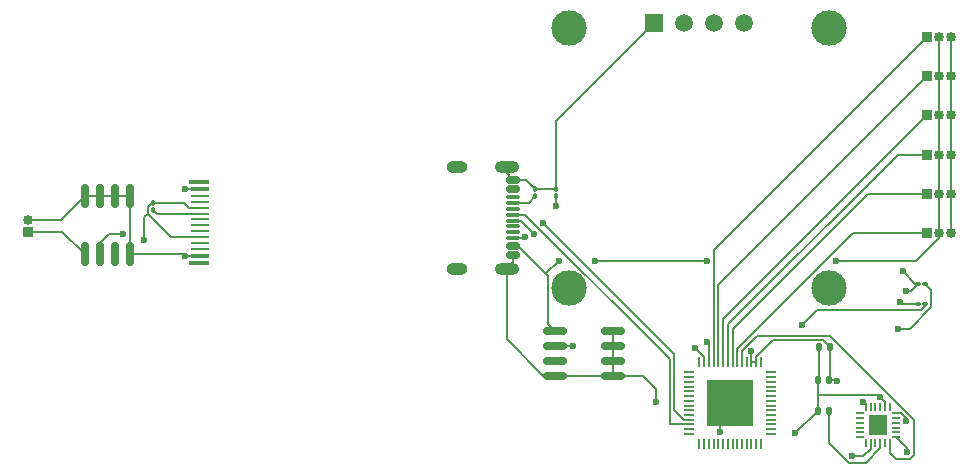
<source format=gbr>
%TF.GenerationSoftware,KiCad,Pcbnew,9.0.3*%
%TF.CreationDate,2025-07-28T19:10:52+02:00*%
%TF.ProjectId,hermes,6865726d-6573-42e6-9b69-6361645f7063,rev?*%
%TF.SameCoordinates,Original*%
%TF.FileFunction,Copper,L1,Top*%
%TF.FilePolarity,Positive*%
%FSLAX46Y46*%
G04 Gerber Fmt 4.6, Leading zero omitted, Abs format (unit mm)*
G04 Created by KiCad (PCBNEW 9.0.3) date 2025-07-28 19:10:52*
%MOMM*%
%LPD*%
G01*
G04 APERTURE LIST*
G04 Aperture macros list*
%AMRoundRect*
0 Rectangle with rounded corners*
0 $1 Rounding radius*
0 $2 $3 $4 $5 $6 $7 $8 $9 X,Y pos of 4 corners*
0 Add a 4 corners polygon primitive as box body*
4,1,4,$2,$3,$4,$5,$6,$7,$8,$9,$2,$3,0*
0 Add four circle primitives for the rounded corners*
1,1,$1+$1,$2,$3*
1,1,$1+$1,$4,$5*
1,1,$1+$1,$6,$7*
1,1,$1+$1,$8,$9*
0 Add four rect primitives between the rounded corners*
20,1,$1+$1,$2,$3,$4,$5,0*
20,1,$1+$1,$4,$5,$6,$7,0*
20,1,$1+$1,$6,$7,$8,$9,0*
20,1,$1+$1,$8,$9,$2,$3,0*%
G04 Aperture macros list end*
%TA.AperFunction,SMDPad,CuDef*%
%ADD10RoundRect,0.150000X-0.825000X-0.150000X0.825000X-0.150000X0.825000X0.150000X-0.825000X0.150000X0*%
%TD*%
%TA.AperFunction,ComponentPad*%
%ADD11R,1.508000X1.508000*%
%TD*%
%TA.AperFunction,ComponentPad*%
%ADD12C,1.508000*%
%TD*%
%TA.AperFunction,ComponentPad*%
%ADD13C,3.000000*%
%TD*%
%TA.AperFunction,ComponentPad*%
%ADD14R,0.850000X0.850000*%
%TD*%
%TA.AperFunction,ComponentPad*%
%ADD15C,0.850000*%
%TD*%
%TA.AperFunction,SMDPad,CuDef*%
%ADD16RoundRect,0.027500X-0.082500X-0.292500X0.082500X-0.292500X0.082500X0.292500X-0.082500X0.292500X0*%
%TD*%
%TA.AperFunction,SMDPad,CuDef*%
%ADD17RoundRect,0.027500X-0.292500X-0.082500X0.292500X-0.082500X0.292500X0.082500X-0.292500X0.082500X0*%
%TD*%
%TA.AperFunction,SMDPad,CuDef*%
%ADD18R,1.540000X1.700000*%
%TD*%
%TA.AperFunction,SMDPad,CuDef*%
%ADD19RoundRect,0.050000X-0.050000X0.350000X-0.050000X-0.350000X0.050000X-0.350000X0.050000X0.350000X0*%
%TD*%
%TA.AperFunction,SMDPad,CuDef*%
%ADD20RoundRect,0.050000X-0.350000X0.050000X-0.350000X-0.050000X0.350000X-0.050000X0.350000X0.050000X0*%
%TD*%
%TA.AperFunction,HeatsinkPad*%
%ADD21R,4.000000X4.000000*%
%TD*%
%TA.AperFunction,SMDPad,CuDef*%
%ADD22RoundRect,0.100000X0.100000X-0.130000X0.100000X0.130000X-0.100000X0.130000X-0.100000X-0.130000X0*%
%TD*%
%TA.AperFunction,SMDPad,CuDef*%
%ADD23RoundRect,0.100000X-0.130000X-0.100000X0.130000X-0.100000X0.130000X0.100000X-0.130000X0.100000X0*%
%TD*%
%TA.AperFunction,SMDPad,CuDef*%
%ADD24RoundRect,0.140000X-0.140000X-0.170000X0.140000X-0.170000X0.140000X0.170000X-0.140000X0.170000X0*%
%TD*%
%TA.AperFunction,SMDPad,CuDef*%
%ADD25RoundRect,0.140000X0.140000X0.170000X-0.140000X0.170000X-0.140000X-0.170000X0.140000X-0.170000X0*%
%TD*%
%TA.AperFunction,SMDPad,CuDef*%
%ADD26RoundRect,0.150000X-0.425000X0.150000X-0.425000X-0.150000X0.425000X-0.150000X0.425000X0.150000X0*%
%TD*%
%TA.AperFunction,SMDPad,CuDef*%
%ADD27RoundRect,0.075000X-0.500000X0.075000X-0.500000X-0.075000X0.500000X-0.075000X0.500000X0.075000X0*%
%TD*%
%TA.AperFunction,HeatsinkPad*%
%ADD28O,2.100000X1.000000*%
%TD*%
%TA.AperFunction,HeatsinkPad*%
%ADD29O,1.800000X1.000000*%
%TD*%
%TA.AperFunction,SMDPad,CuDef*%
%ADD30RoundRect,0.150000X0.150000X-0.825000X0.150000X0.825000X-0.150000X0.825000X-0.150000X-0.825000X0*%
%TD*%
%TA.AperFunction,SMDPad,CuDef*%
%ADD31R,1.750000X0.360000*%
%TD*%
%TA.AperFunction,SMDPad,CuDef*%
%ADD32R,1.550000X0.410000*%
%TD*%
%TA.AperFunction,SMDPad,CuDef*%
%ADD33R,1.550000X0.260000*%
%TD*%
%TA.AperFunction,ViaPad*%
%ADD34C,0.600000*%
%TD*%
%TA.AperFunction,Conductor*%
%ADD35C,0.150000*%
%TD*%
G04 APERTURE END LIST*
D10*
%TO.P,U4,1,VIN*%
%TO.N,5V*%
X150665000Y-115235000D03*
%TO.P,U4,2,OUT*%
%TO.N,3V3*%
X150665000Y-116505000D03*
%TO.P,U4,3,FB*%
%TO.N,unconnected-(U4-FB-Pad3)*%
X150665000Y-117775000D03*
%TO.P,U4,4,~{EN}*%
%TO.N,GND*%
X150665000Y-119045000D03*
%TO.P,U4,5,GND*%
X155615000Y-119045000D03*
%TO.P,U4,6,GND*%
X155615000Y-117775000D03*
%TO.P,U4,7,GND*%
X155615000Y-116505000D03*
%TO.P,U4,8,GND*%
X155615000Y-115235000D03*
%TD*%
D11*
%TO.P,U3,1,GND*%
%TO.N,GND*%
X159080000Y-89152500D03*
D12*
%TO.P,U3,2,VCC_IN*%
%TO.N,3V3*%
X161620000Y-89152500D03*
%TO.P,U3,3,SCL*%
%TO.N,SCL*%
X164160000Y-89152500D03*
%TO.P,U3,4,SDA*%
%TO.N,SDA*%
X166700000Y-89152500D03*
D13*
%TO.P,U3,S1*%
%TO.N,N/C*%
X151890000Y-89652500D03*
%TO.P,U3,S2*%
X173890000Y-89652500D03*
%TO.P,U3,S3*%
X173890000Y-111652500D03*
%TO.P,U3,S4*%
X151890000Y-111652500D03*
%TD*%
D14*
%TO.P,PWM6,1,Pin_1*%
%TO.N,PWM6*%
X182180000Y-90340000D03*
D15*
%TO.P,PWM6,2,Pin_2*%
%TO.N,5V*%
X183180000Y-90340000D03*
%TO.P,PWM6,3,Pin_3*%
%TO.N,GND*%
X184180000Y-90340000D03*
%TD*%
D14*
%TO.P,PWM5,1,Pin_1*%
%TO.N,PWM5*%
X182180000Y-93670000D03*
D15*
%TO.P,PWM5,2,Pin_2*%
%TO.N,5V*%
X183180000Y-93670000D03*
%TO.P,PWM5,3,Pin_3*%
%TO.N,GND*%
X184180000Y-93670000D03*
%TD*%
D16*
%TO.P,U2,7,AUX_CL*%
%TO.N,unconnected-(U2-AUX_CL-Pad7)*%
X177010000Y-124785000D03*
%TO.P,U2,8,VDDIO*%
%TO.N,3V3*%
X177410000Y-124785000D03*
%TO.P,U2,9,AD0/SDO*%
%TO.N,unconnected-(U2-AD0{slash}SDO-Pad9)*%
X177810000Y-124785000D03*
%TO.P,U2,10,REGOUT*%
%TO.N,Net-(U2-REGOUT)*%
X178210000Y-124785000D03*
%TO.P,U2,11,FSYNC*%
%TO.N,unconnected-(U2-FSYNC-Pad11)*%
X178610000Y-124785000D03*
%TO.P,U2,12,INT*%
%TO.N,ACCELINT*%
X179010000Y-124785000D03*
%TO.P,U2,19,RESV_1*%
%TO.N,unconnected-(U2-RESV_1-Pad19)*%
X179010000Y-121695000D03*
%TO.P,U2,20,RESV_2*%
%TO.N,GND*%
X178610000Y-121695000D03*
%TO.P,U2,21,AUX_DA*%
%TO.N,unconnected-(U2-AUX_DA-Pad21)*%
X178210000Y-121695000D03*
%TO.P,U2,22,NCS*%
%TO.N,unconnected-(U2-NCS-Pad22)*%
X177810000Y-121695000D03*
%TO.P,U2,23,SCL/SCLK*%
%TO.N,unconnected-(U2-SCL{slash}SCLK-Pad23)*%
X177410000Y-121695000D03*
%TO.P,U2,24,SDA/SDI*%
%TO.N,SDA*%
X177010000Y-121695000D03*
D17*
%TO.P,U2,1*%
%TO.N,N/C*%
X176465000Y-122240000D03*
%TO.P,U2,2*%
X176465000Y-122640000D03*
%TO.P,U2,3*%
X176465000Y-123040000D03*
%TO.P,U2,4*%
X176465000Y-123440000D03*
%TO.P,U2,5*%
X176465000Y-123840000D03*
%TO.P,U2,6*%
X176465000Y-124240000D03*
%TO.P,U2,13,VDD*%
%TO.N,3V3*%
X179555000Y-124240000D03*
%TO.P,U2,14*%
%TO.N,N/C*%
X179555000Y-123840000D03*
%TO.P,U2,15*%
X179555000Y-123440000D03*
%TO.P,U2,16*%
X179555000Y-123040000D03*
%TO.P,U2,17*%
X179555000Y-122640000D03*
%TO.P,U2,18,GND*%
%TO.N,GND*%
X179555000Y-122240000D03*
D18*
%TO.P,U2,25,EXP*%
%TO.N,unconnected-(U2-EXP-Pad25)*%
X178010000Y-123240000D03*
%TD*%
D19*
%TO.P,U5,1,LNA_IN*%
%TO.N,unconnected-(U5-LNA_IN-Pad1)*%
X168110000Y-117930000D03*
%TO.P,U5,2,VDD3P3*%
%TO.N,3V3*%
X167710000Y-117930000D03*
%TO.P,U5,3,VDD3P3*%
X167310000Y-117930000D03*
%TO.P,U5,4,CHIP_PU*%
%TO.N,unconnected-(U5-CHIP_PU-Pad4)*%
X166910000Y-117930000D03*
%TO.P,U5,5,GPIO0*%
%TO.N,ACCELINT*%
X166510000Y-117930000D03*
%TO.P,U5,6,GPIO1*%
%TO.N,PWM1*%
X166110000Y-117930000D03*
%TO.P,U5,7,GPIO2*%
%TO.N,PWM2*%
X165710000Y-117930000D03*
%TO.P,U5,8,GPIO3*%
%TO.N,PWM3*%
X165310000Y-117930000D03*
%TO.P,U5,9,GPIO4*%
%TO.N,PWM4*%
X164910000Y-117930000D03*
%TO.P,U5,10,GPIO5*%
%TO.N,PWM5*%
X164510000Y-117930000D03*
%TO.P,U5,11,GPIO6*%
%TO.N,PWM6*%
X164110000Y-117930000D03*
%TO.P,U5,12,GPIO7*%
%TO.N,Net-(U5-GPIO7)*%
X163710000Y-117930000D03*
%TO.P,U5,13,GPIO8*%
%TO.N,Net-(U5-GPIO8)*%
X163310000Y-117930000D03*
%TO.P,U5,14,GPIO9*%
%TO.N,unconnected-(U5-GPIO9-Pad14)*%
X162910000Y-117930000D03*
D20*
%TO.P,U5,15,GPIO10*%
%TO.N,unconnected-(U5-GPIO10-Pad15)*%
X162060000Y-118780000D03*
%TO.P,U5,16,GPIO11*%
%TO.N,unconnected-(U5-GPIO11-Pad16)*%
X162060000Y-119180000D03*
%TO.P,U5,17,GPIO12*%
%TO.N,unconnected-(U5-GPIO12-Pad17)*%
X162060000Y-119580000D03*
%TO.P,U5,18,GPIO13*%
%TO.N,unconnected-(U5-GPIO13-Pad18)*%
X162060000Y-119980000D03*
%TO.P,U5,19,GPIO14*%
%TO.N,unconnected-(U5-GPIO14-Pad19)*%
X162060000Y-120380000D03*
%TO.P,U5,20,VDD3P3_RTC*%
%TO.N,unconnected-(U5-VDD3P3_RTC-Pad20)*%
X162060000Y-120780000D03*
%TO.P,U5,21,XTAL_32K_P*%
%TO.N,unconnected-(U5-XTAL_32K_P-Pad21)*%
X162060000Y-121180000D03*
%TO.P,U5,22,XTAL_32K_N*%
%TO.N,unconnected-(U5-XTAL_32K_N-Pad22)*%
X162060000Y-121580000D03*
%TO.P,U5,23,GPIO17*%
%TO.N,unconnected-(U5-GPIO17-Pad23)*%
X162060000Y-121980000D03*
%TO.P,U5,24,GPIO18*%
%TO.N,unconnected-(U5-GPIO18-Pad24)*%
X162060000Y-122380000D03*
%TO.P,U5,25,GPIO19/USB_D-*%
%TO.N,USB_D-*%
X162060000Y-122780000D03*
%TO.P,U5,26,GPIO20/USB_D+*%
%TO.N,USB_D+*%
X162060000Y-123180000D03*
%TO.P,U5,27,GPIO21*%
%TO.N,unconnected-(U5-GPIO21-Pad27)*%
X162060000Y-123580000D03*
%TO.P,U5,28,SPICS1*%
%TO.N,unconnected-(U5-SPICS1-Pad28)*%
X162060000Y-123980000D03*
D19*
%TO.P,U5,29,VDD_SPI*%
%TO.N,unconnected-(U5-VDD_SPI-Pad29)*%
X162910000Y-124830000D03*
%TO.P,U5,30,SPIHD*%
%TO.N,unconnected-(U5-SPIHD-Pad30)*%
X163310000Y-124830000D03*
%TO.P,U5,31,SPIWP*%
%TO.N,unconnected-(U5-SPIWP-Pad31)*%
X163710000Y-124830000D03*
%TO.P,U5,32,SPICS0*%
%TO.N,unconnected-(U5-SPICS0-Pad32)*%
X164110000Y-124830000D03*
%TO.P,U5,33,SPICLK*%
%TO.N,unconnected-(U5-SPICLK-Pad33)*%
X164510000Y-124830000D03*
%TO.P,U5,34,SPIQ*%
%TO.N,unconnected-(U5-SPIQ-Pad34)*%
X164910000Y-124830000D03*
%TO.P,U5,35,SPID*%
%TO.N,unconnected-(U5-SPID-Pad35)*%
X165310000Y-124830000D03*
%TO.P,U5,36,SPICLK_N*%
%TO.N,unconnected-(U5-SPICLK_N-Pad36)*%
X165710000Y-124830000D03*
%TO.P,U5,37,SPICLK_P*%
%TO.N,unconnected-(U5-SPICLK_P-Pad37)*%
X166110000Y-124830000D03*
%TO.P,U5,38,GPIO33*%
%TO.N,unconnected-(U5-GPIO33-Pad38)*%
X166510000Y-124830000D03*
%TO.P,U5,39,GPIO34*%
%TO.N,unconnected-(U5-GPIO34-Pad39)*%
X166910000Y-124830000D03*
%TO.P,U5,40,GPIO35*%
%TO.N,unconnected-(U5-GPIO35-Pad40)*%
X167310000Y-124830000D03*
%TO.P,U5,41,GPIO36*%
%TO.N,unconnected-(U5-GPIO36-Pad41)*%
X167710000Y-124830000D03*
%TO.P,U5,42,GPIO37*%
%TO.N,unconnected-(U5-GPIO37-Pad42)*%
X168110000Y-124830000D03*
D20*
%TO.P,U5,43,GPIO38*%
%TO.N,unconnected-(U5-GPIO38-Pad43)*%
X168960000Y-123980000D03*
%TO.P,U5,44,MTCK*%
%TO.N,unconnected-(U5-MTCK-Pad44)*%
X168960000Y-123580000D03*
%TO.P,U5,45,MTDO*%
%TO.N,unconnected-(U5-MTDO-Pad45)*%
X168960000Y-123180000D03*
%TO.P,U5,46,VDD3P3_CPU*%
%TO.N,unconnected-(U5-VDD3P3_CPU-Pad46)*%
X168960000Y-122780000D03*
%TO.P,U5,47,MTDI*%
%TO.N,unconnected-(U5-MTDI-Pad47)*%
X168960000Y-122380000D03*
%TO.P,U5,48,MTMS*%
%TO.N,unconnected-(U5-MTMS-Pad48)*%
X168960000Y-121980000D03*
%TO.P,U5,49,U0TXD*%
%TO.N,unconnected-(U5-U0TXD-Pad49)*%
X168960000Y-121580000D03*
%TO.P,U5,50,U0RXD*%
%TO.N,unconnected-(U5-U0RXD-Pad50)*%
X168960000Y-121180000D03*
%TO.P,U5,51,GPIO45*%
%TO.N,unconnected-(U5-GPIO45-Pad51)*%
X168960000Y-120780000D03*
%TO.P,U5,52,GPIO46*%
%TO.N,unconnected-(U5-GPIO46-Pad52)*%
X168960000Y-120380000D03*
%TO.P,U5,53,XTAL_N*%
%TO.N,unconnected-(U5-XTAL_N-Pad53)*%
X168960000Y-119980000D03*
%TO.P,U5,54,XTAL_P*%
%TO.N,unconnected-(U5-XTAL_P-Pad54)*%
X168960000Y-119580000D03*
%TO.P,U5,55,VDDA*%
%TO.N,Net-(U5-VDDA-Pad55)*%
X168960000Y-119180000D03*
%TO.P,U5,56,VDDA*%
X168960000Y-118780000D03*
D21*
%TO.P,U5,57,GND*%
%TO.N,GND*%
X165510000Y-121380000D03*
%TD*%
D14*
%TO.P,PWM4,1,Pin_1*%
%TO.N,PWM4*%
X182180000Y-97000000D03*
D15*
%TO.P,PWM4,2,Pin_2*%
%TO.N,5V*%
X183180000Y-97000000D03*
%TO.P,PWM4,3,Pin_3*%
%TO.N,GND*%
X184180000Y-97000000D03*
%TD*%
D14*
%TO.P,PWM1,1,Pin_1*%
%TO.N,PWM1*%
X182180000Y-106990000D03*
D15*
%TO.P,PWM1,2,Pin_2*%
%TO.N,5V*%
X183180000Y-106990000D03*
%TO.P,PWM1,3,Pin_3*%
%TO.N,GND*%
X184180000Y-106990000D03*
%TD*%
D22*
%TO.P,R6,1*%
%TO.N,Net-(J1-CC2)*%
X150760000Y-103870000D03*
%TO.P,R6,2*%
%TO.N,GND*%
X150760000Y-103230000D03*
%TD*%
D23*
%TO.P,R1,1*%
%TO.N,SDA*%
X181400000Y-111250000D03*
%TO.P,R1,2*%
%TO.N,Net-(U5-GPIO7)*%
X182040000Y-111250000D03*
%TD*%
D22*
%TO.P,R5,2*%
%TO.N,GND*%
X149010000Y-103230000D03*
%TO.P,R5,1*%
%TO.N,Net-(J1-CC1)*%
X149010000Y-103870000D03*
%TD*%
D14*
%TO.P,PWM3,1,Pin_1*%
%TO.N,PWM3*%
X182180000Y-100330000D03*
D15*
%TO.P,PWM3,2,Pin_2*%
%TO.N,5V*%
X183180000Y-100330000D03*
%TO.P,PWM3,3,Pin_3*%
%TO.N,GND*%
X184180000Y-100330000D03*
%TD*%
D23*
%TO.P,R2,1*%
%TO.N,SCL*%
X181400000Y-113000000D03*
%TO.P,R2,2*%
%TO.N,Net-(U5-GPIO8)*%
X182040000Y-113000000D03*
%TD*%
D24*
%TO.P,C3,1*%
%TO.N,GND*%
X172960000Y-119420000D03*
%TO.P,C3,2*%
%TO.N,3V3*%
X173920000Y-119420000D03*
%TD*%
D25*
%TO.P,C2,1*%
%TO.N,Net-(U2-REGOUT)*%
X173890000Y-122000000D03*
%TO.P,C2,2*%
%TO.N,GND*%
X172930000Y-122000000D03*
%TD*%
D26*
%TO.P,J1,A1,GND*%
%TO.N,GND*%
X147160000Y-102470000D03*
%TO.P,J1,A4,VBUS*%
%TO.N,5V*%
X147160000Y-103270000D03*
D27*
%TO.P,J1,A5,CC1*%
%TO.N,Net-(J1-CC1)*%
X147160000Y-104420000D03*
%TO.P,J1,A6,D+*%
%TO.N,USB_D+*%
X147160000Y-105420000D03*
%TO.P,J1,A7,D-*%
%TO.N,USB_D-*%
X147160000Y-105920000D03*
%TO.P,J1,A8,SBU1*%
%TO.N,unconnected-(J1-SBU1-PadA8)*%
X147160000Y-106920000D03*
D26*
%TO.P,J1,A9,VBUS*%
%TO.N,5V*%
X147160000Y-108070000D03*
%TO.P,J1,A12,GND*%
%TO.N,GND*%
X147160000Y-108870000D03*
%TO.P,J1,B1,GND*%
X147160000Y-108870000D03*
%TO.P,J1,B4,VBUS*%
%TO.N,5V*%
X147160000Y-108070000D03*
D27*
%TO.P,J1,B5,CC2*%
%TO.N,Net-(J1-CC2)*%
X147160000Y-107420000D03*
%TO.P,J1,B6,D+*%
%TO.N,unconnected-(J1-D+-PadB6)*%
X147160000Y-106420000D03*
%TO.P,J1,B7,D-*%
%TO.N,unconnected-(J1-D--PadB7)*%
X147160000Y-104920000D03*
%TO.P,J1,B8,SBU2*%
%TO.N,unconnected-(J1-SBU2-PadB8)*%
X147160000Y-103920000D03*
D26*
%TO.P,J1,B9,VBUS*%
%TO.N,5V*%
X147160000Y-103270000D03*
%TO.P,J1,B12,GND*%
%TO.N,GND*%
X147160000Y-102470000D03*
D28*
%TO.P,J1,S1,SHIELD*%
X146585000Y-101350000D03*
D29*
X142405000Y-101350000D03*
D28*
X146585000Y-109990000D03*
D29*
X142405000Y-109990000D03*
%TD*%
D25*
%TO.P,C1,1*%
%TO.N,3V3*%
X173960000Y-116600000D03*
%TO.P,C1,2*%
%TO.N,GND*%
X173000000Y-116600000D03*
%TD*%
D14*
%TO.P,PWM2,1,Pin_1*%
%TO.N,PWM2*%
X182180000Y-103660000D03*
D15*
%TO.P,PWM2,2,Pin_2*%
%TO.N,5V*%
X183180000Y-103660000D03*
%TO.P,PWM2,3,Pin_3*%
%TO.N,GND*%
X184180000Y-103660000D03*
%TD*%
%TO.P,12VBattery1,2,Pin_2*%
%TO.N,GND*%
X106090000Y-105860000D03*
D14*
%TO.P,12VBattery1,1,Pin_1*%
%TO.N,12V*%
X106090000Y-106860000D03*
%TD*%
D22*
%TO.P,R3,2*%
%TO.N,VBUS*%
X116680000Y-104410000D03*
%TO.P,R3,1*%
%TO.N,Net-(P1-CC)*%
X116680000Y-105050000D03*
%TD*%
D30*
%TO.P,U1,1,VIN*%
%TO.N,12V*%
X110890000Y-108780000D03*
%TO.P,U1,2,OUT*%
%TO.N,VBUS*%
X112160000Y-108780000D03*
%TO.P,U1,3,FB*%
%TO.N,unconnected-(U1-FB-Pad3)*%
X113430000Y-108780000D03*
%TO.P,U1,4,~{EN}*%
%TO.N,GND*%
X114700000Y-108780000D03*
%TO.P,U1,5,GND*%
X114700000Y-103830000D03*
%TO.P,U1,6,GND*%
X113430000Y-103830000D03*
%TO.P,U1,7,GND*%
X112160000Y-103830000D03*
%TO.P,U1,8,GND*%
X110890000Y-103830000D03*
%TD*%
D31*
%TO.P,P1,*%
%TO.N,*%
X120547517Y-109475452D03*
X120547517Y-102665452D03*
D32*
%TO.P,P1,A1,GND*%
%TO.N,GND*%
X120647517Y-103245452D03*
D33*
%TO.P,P1,A2*%
%TO.N,N/C*%
X120647517Y-103820452D03*
%TO.P,P1,A3*%
X120647517Y-104320452D03*
%TO.P,P1,A4,VBUS*%
%TO.N,VBUS*%
X120647517Y-104820452D03*
%TO.P,P1,A5,CC*%
%TO.N,Net-(P1-CC)*%
X120647517Y-105320452D03*
%TO.P,P1,A6,D+*%
%TO.N,unconnected-(P1-D+-PadA6)*%
X120647517Y-105820452D03*
%TO.P,P1,A7,D-*%
%TO.N,unconnected-(P1-D--PadA7)*%
X120647517Y-106320452D03*
%TO.P,P1,A8*%
%TO.N,N/C*%
X120647517Y-106820452D03*
%TO.P,P1,A9,VBUS*%
%TO.N,VBUS*%
X120647517Y-107320452D03*
%TO.P,P1,A10*%
%TO.N,N/C*%
X120647517Y-107820452D03*
%TO.P,P1,A11*%
X120647517Y-108320452D03*
D32*
%TO.P,P1,A12,GND*%
%TO.N,GND*%
X120647517Y-108895452D03*
%TD*%
D34*
%TO.N,Net-(J1-CC2)*%
X148140397Y-107311007D03*
X150730000Y-104720000D03*
%TO.N,5V*%
X174470000Y-109350000D03*
%TO.N,3V3*%
X175840000Y-125850000D03*
%TO.N,5V*%
X154060000Y-109340000D03*
%TO.N,Net-(U5-GPIO7)*%
X179710000Y-115080000D03*
%TO.N,GND*%
X164660000Y-123820000D03*
X171000000Y-123890000D03*
%TO.N,Net-(U5-GPIO7)*%
X163535000Y-116200000D03*
%TO.N,3V3*%
X152210000Y-116520000D03*
%TO.N,USB_D-*%
X148900000Y-107060000D03*
X149701159Y-106138841D03*
%TO.N,Net-(U5-GPIO8)*%
X162530000Y-116720000D03*
%TO.N,3V3*%
X174590000Y-119510000D03*
%TO.N,Net-(U5-GPIO8)*%
X171590000Y-114780000D03*
%TO.N,3V3*%
X167310000Y-116940000D03*
%TO.N,5V*%
X150990000Y-109330000D03*
%TO.N,SDA*%
X180410000Y-111860000D03*
%TO.N,GND*%
X180374117Y-122925096D03*
X178198557Y-120875000D03*
X159260000Y-121240000D03*
%TO.N,SDA*%
X176730000Y-121275000D03*
X180120000Y-110180000D03*
%TO.N,SCL*%
X179910000Y-112840000D03*
%TO.N,3V3*%
X180500000Y-125520000D03*
%TO.N,5V*%
X163535000Y-109350000D03*
%TO.N,VBUS*%
X115920000Y-107560000D03*
%TO.N,GND*%
X119365000Y-108901200D03*
X119381654Y-103252146D03*
%TO.N,VBUS*%
X114125000Y-107030000D03*
%TD*%
D35*
%TO.N,GND*%
X184180000Y-90340000D02*
X184180000Y-93670000D01*
%TO.N,Net-(U2-REGOUT)*%
X176973978Y-126426000D02*
X178210000Y-125189978D01*
X173890000Y-122000000D02*
X173890000Y-124714588D01*
%TO.N,3V3*%
X173960000Y-116600000D02*
X173960000Y-119380000D01*
%TO.N,GND*%
X172930000Y-122000000D02*
X172930000Y-121950000D01*
X172930000Y-121950000D02*
X172960000Y-121920000D01*
%TO.N,3V3*%
X173960000Y-119380000D02*
X173920000Y-119420000D01*
%TO.N,GND*%
X172960000Y-121920000D02*
X172960000Y-120700000D01*
%TO.N,5V*%
X183180000Y-106990000D02*
X183180000Y-103660000D01*
X183180000Y-100330000D02*
X183180000Y-97000000D01*
X183180000Y-103660000D02*
X183180000Y-100330000D01*
%TO.N,GND*%
X184180000Y-103660000D02*
X184180000Y-100330000D01*
%TO.N,SCL*%
X179910000Y-112840000D02*
X180070000Y-113000000D01*
%TO.N,SDA*%
X181190000Y-111250000D02*
X180120000Y-110180000D01*
X181400000Y-111250000D02*
X181190000Y-111250000D01*
%TO.N,5V*%
X183180000Y-100330000D02*
X183180000Y-93670000D01*
%TO.N,SCL*%
X180070000Y-113000000D02*
X181400000Y-113000000D01*
%TO.N,3V3*%
X169163580Y-116014000D02*
X173374000Y-116014000D01*
X167710000Y-117467580D02*
X169163580Y-116014000D01*
X167310000Y-116940000D02*
X167310000Y-117930000D01*
X150680000Y-116520000D02*
X152210000Y-116520000D01*
%TO.N,Net-(U5-GPIO8)*%
X182040000Y-113124516D02*
X181688516Y-113476000D01*
%TO.N,USB_D-*%
X161597580Y-122780000D02*
X160736412Y-121918832D01*
X162060000Y-122780000D02*
X161597580Y-122780000D01*
%TO.N,GND*%
X158165000Y-119045000D02*
X155615000Y-119045000D01*
X159260000Y-121240000D02*
X159260000Y-120140000D01*
%TO.N,Net-(U2-REGOUT)*%
X178210000Y-125189978D02*
X178210000Y-124785000D01*
%TO.N,Net-(U5-GPIO8)*%
X162530000Y-116720000D02*
X162562420Y-116720000D01*
%TO.N,3V3*%
X150665000Y-116505000D02*
X150680000Y-116520000D01*
%TO.N,USB_D+*%
X160385412Y-123180000D02*
X160385412Y-117636268D01*
%TO.N,Net-(U5-GPIO8)*%
X181688516Y-113476000D02*
X172894000Y-113476000D01*
%TO.N,USB_D-*%
X160736412Y-121918832D02*
X160736412Y-117174094D01*
%TO.N,GND*%
X184180000Y-106990000D02*
X184180000Y-103660000D01*
%TO.N,Net-(U2-REGOUT)*%
X175601412Y-126426000D02*
X176973978Y-126426000D01*
%TO.N,USB_D-*%
X160736412Y-117174094D02*
X149701159Y-106138841D01*
%TO.N,USB_D+*%
X162060000Y-123180000D02*
X160385412Y-123180000D01*
%TO.N,Net-(U5-GPIO8)*%
X162562420Y-116720000D02*
X163310000Y-117467580D01*
%TO.N,USB_D+*%
X160385412Y-117636268D02*
X148169144Y-105420000D01*
%TO.N,GND*%
X184180000Y-93670000D02*
X184180000Y-100330000D01*
%TO.N,Net-(U5-GPIO8)*%
X172894000Y-113476000D02*
X171590000Y-114780000D01*
X182040000Y-113000000D02*
X182040000Y-113124516D01*
%TO.N,USB_D+*%
X148169144Y-105420000D02*
X147160000Y-105420000D01*
%TO.N,GND*%
X159260000Y-120140000D02*
X158165000Y-119045000D01*
%TO.N,USB_D-*%
X147760000Y-105920000D02*
X147160000Y-105920000D01*
X148900000Y-107060000D02*
X147760000Y-105920000D01*
%TO.N,GND*%
X150760000Y-97472500D02*
X159080000Y-89152500D01*
%TO.N,5V*%
X183180000Y-106990000D02*
X183180000Y-107392000D01*
%TO.N,Net-(U5-GPIO7)*%
X182546000Y-113258516D02*
X182546000Y-111756000D01*
X163710000Y-117930000D02*
X163710000Y-116315000D01*
%TO.N,Net-(U2-REGOUT)*%
X173890000Y-124714588D02*
X175601412Y-126426000D01*
%TO.N,Net-(U5-GPIO7)*%
X179710000Y-115080000D02*
X180724516Y-115080000D01*
%TO.N,PWM3*%
X165310000Y-117930000D02*
X165310000Y-114700000D01*
%TO.N,Net-(J1-CC2)*%
X147160000Y-107420000D02*
X148031404Y-107420000D01*
%TO.N,3V3*%
X173920000Y-119420000D02*
X174500000Y-119420000D01*
%TO.N,GND*%
X184180000Y-93670000D02*
X184180000Y-97000000D01*
%TO.N,Net-(U5-GPIO7)*%
X180724516Y-115080000D02*
X182546000Y-113258516D01*
X163710000Y-116315000D02*
X163595000Y-116200000D01*
X163595000Y-116200000D02*
X163535000Y-116200000D01*
%TO.N,3V3*%
X177410000Y-125217978D02*
X177410000Y-124785000D01*
%TO.N,PWM2*%
X165710000Y-115130000D02*
X177180000Y-103660000D01*
X165710000Y-117930000D02*
X165710000Y-115130000D01*
%TO.N,GND*%
X150760000Y-103230000D02*
X150760000Y-97472500D01*
%TO.N,5V*%
X149920806Y-110399194D02*
X149920806Y-110449194D01*
%TO.N,Net-(J1-CC2)*%
X150730000Y-103900000D02*
X150760000Y-103870000D01*
%TO.N,Net-(J1-CC1)*%
X148460000Y-104420000D02*
X147160000Y-104420000D01*
%TO.N,3V3*%
X175840000Y-125850000D02*
X176777978Y-125850000D01*
%TO.N,GND*%
X148250000Y-102470000D02*
X149010000Y-103230000D01*
%TO.N,5V*%
X149920806Y-110449194D02*
X150114000Y-110642388D01*
X154070000Y-109350000D02*
X154060000Y-109340000D01*
%TO.N,GND*%
X149010000Y-103230000D02*
X150760000Y-103230000D01*
X147160000Y-109415000D02*
X146585000Y-109990000D01*
%TO.N,PWM3*%
X179680000Y-100330000D02*
X182180000Y-100330000D01*
%TO.N,PWM1*%
X166110000Y-117930000D02*
X166110000Y-116829024D01*
%TO.N,3V3*%
X176777978Y-125850000D02*
X177410000Y-125217978D01*
%TO.N,5V*%
X150990000Y-109330000D02*
X149920806Y-110399194D01*
%TO.N,3V3*%
X173374000Y-116014000D02*
X173960000Y-116600000D01*
%TO.N,5V*%
X181222000Y-109350000D02*
X174470000Y-109350000D01*
%TO.N,PWM3*%
X165310000Y-114700000D02*
X179680000Y-100330000D01*
%TO.N,GND*%
X146585000Y-101350000D02*
X146585000Y-101895000D01*
%TO.N,Net-(J1-CC2)*%
X148031404Y-107420000D02*
X148140397Y-107311007D01*
%TO.N,GND*%
X147160000Y-102470000D02*
X148250000Y-102470000D01*
X147160000Y-108870000D02*
X147160000Y-109415000D01*
%TO.N,PWM1*%
X166110000Y-116829024D02*
X175949024Y-106990000D01*
%TO.N,GND*%
X146585000Y-101895000D02*
X147160000Y-102470000D01*
%TO.N,Net-(J1-CC2)*%
X150730000Y-104720000D02*
X150730000Y-103900000D01*
%TO.N,3V3*%
X174500000Y-119420000D02*
X174590000Y-119510000D01*
%TO.N,5V*%
X183180000Y-107392000D02*
X181222000Y-109350000D01*
%TO.N,GND*%
X171040000Y-123890000D02*
X172930000Y-122000000D01*
X173000000Y-116600000D02*
X173000000Y-119380000D01*
X146585000Y-115939999D02*
X146585000Y-109990000D01*
X164660000Y-123820000D02*
X164660000Y-122230000D01*
X164660000Y-122230000D02*
X165510000Y-121380000D01*
X155615000Y-117775000D02*
X155615000Y-116505000D01*
X149690001Y-119045000D02*
X146585000Y-115939999D01*
%TO.N,3V3*%
X167710000Y-117930000D02*
X167710000Y-117467580D01*
%TO.N,5V*%
X147160000Y-108070000D02*
X147541612Y-108070000D01*
X150114000Y-110642388D02*
X150114000Y-114684000D01*
X150114000Y-114684000D02*
X150665000Y-115235000D01*
%TO.N,ACCELINT*%
X167772412Y-115663000D02*
X166510000Y-116925412D01*
%TO.N,PWM6*%
X164110000Y-108410000D02*
X182180000Y-90340000D01*
%TO.N,PWM1*%
X175949024Y-106990000D02*
X182180000Y-106990000D01*
%TO.N,5V*%
X147541612Y-108070000D02*
X149920806Y-110449194D01*
%TO.N,GND*%
X150665000Y-119045000D02*
X149690001Y-119045000D01*
X150665000Y-119045000D02*
X155615000Y-119045000D01*
%TO.N,ACCELINT*%
X173925194Y-115663000D02*
X167772412Y-115663000D01*
%TO.N,GND*%
X179959978Y-122240000D02*
X179555000Y-122240000D01*
X155615000Y-116505000D02*
X155615000Y-115235000D01*
X180374117Y-122925096D02*
X180374117Y-122654139D01*
%TO.N,Net-(J1-CC1)*%
X149010000Y-103870000D02*
X148460000Y-104420000D01*
%TO.N,ACCELINT*%
X181076000Y-125758588D02*
X181076000Y-122813806D01*
%TO.N,GND*%
X173000000Y-119380000D02*
X172960000Y-119420000D01*
%TO.N,PWM4*%
X164910000Y-117930000D02*
X164910000Y-114270000D01*
%TO.N,GND*%
X172960000Y-120700000D02*
X172960000Y-119420000D01*
X171000000Y-123890000D02*
X171040000Y-123890000D01*
%TO.N,ACCELINT*%
X166510000Y-116925412D02*
X166510000Y-117930000D01*
X179516000Y-126096000D02*
X180738588Y-126096000D01*
%TO.N,GND*%
X180374117Y-122654139D02*
X179959978Y-122240000D01*
%TO.N,PWM5*%
X164510000Y-111340000D02*
X182180000Y-93670000D01*
%TO.N,3V3*%
X167310000Y-117930000D02*
X167710000Y-117930000D01*
%TO.N,Net-(U5-GPIO7)*%
X182546000Y-111756000D02*
X182040000Y-111250000D01*
%TO.N,Net-(U5-GPIO8)*%
X163310000Y-117467580D02*
X163310000Y-117930000D01*
%TO.N,SDA*%
X177010000Y-121555000D02*
X176730000Y-121275000D01*
%TO.N,PWM2*%
X177180000Y-103660000D02*
X182180000Y-103660000D01*
%TO.N,3V3*%
X180500000Y-125520000D02*
X180500000Y-125185000D01*
%TO.N,ACCELINT*%
X180738588Y-126096000D02*
X181076000Y-125758588D01*
%TO.N,GND*%
X155615000Y-119045000D02*
X155615000Y-117775000D01*
%TO.N,3V3*%
X180500000Y-125185000D02*
X179555000Y-124240000D01*
%TO.N,SDA*%
X180790000Y-111860000D02*
X181400000Y-111250000D01*
%TO.N,PWM4*%
X164910000Y-114270000D02*
X182180000Y-97000000D01*
%TO.N,PWM5*%
X164510000Y-117930000D02*
X164510000Y-111340000D01*
%TO.N,GND*%
X178610000Y-121286443D02*
X178198557Y-120875000D01*
%TO.N,SDA*%
X180410000Y-111860000D02*
X180790000Y-111860000D01*
%TO.N,ACCELINT*%
X179010000Y-124785000D02*
X179010000Y-125590000D01*
%TO.N,GND*%
X172960000Y-120700000D02*
X178019978Y-120700000D01*
X178610000Y-121695000D02*
X178610000Y-121286443D01*
%TO.N,5V*%
X163535000Y-109350000D02*
X154070000Y-109350000D01*
%TO.N,GND*%
X178610000Y-121290022D02*
X178610000Y-121695000D01*
%TO.N,ACCELINT*%
X179010000Y-125590000D02*
X179516000Y-126096000D01*
X181076000Y-122813806D02*
X173925194Y-115663000D01*
%TO.N,PWM6*%
X164110000Y-117930000D02*
X164110000Y-108410000D01*
%TO.N,GND*%
X178019978Y-120700000D02*
X178610000Y-121290022D01*
%TO.N,SDA*%
X177010000Y-121695000D02*
X177010000Y-121555000D01*
%TO.N,5V*%
X183180000Y-100330000D02*
X183180000Y-90340000D01*
%TO.N,GND*%
X114700000Y-108780000D02*
X119243800Y-108780000D01*
%TO.N,VBUS*%
X115920000Y-107560000D02*
X115920000Y-105622516D01*
%TO.N,GND*%
X120640823Y-103252146D02*
X120647517Y-103245452D01*
X120647517Y-108895452D02*
X119370748Y-108895452D01*
%TO.N,VBUS*%
X118185936Y-107320452D02*
X120647517Y-107320452D01*
X116204000Y-105338516D02*
X118185936Y-107320452D01*
X112160000Y-107805001D02*
X112935001Y-107030000D01*
X116555484Y-104410000D02*
X116204000Y-104761484D01*
X116204000Y-104761484D02*
X116204000Y-105338516D01*
%TO.N,GND*%
X119243800Y-108780000D02*
X119365000Y-108901200D01*
%TO.N,VBUS*%
X116680000Y-104410000D02*
X116555484Y-104410000D01*
X116680000Y-104410000D02*
X119280065Y-104410000D01*
X119690517Y-104820452D02*
X120647517Y-104820452D01*
%TO.N,GND*%
X108860000Y-105860000D02*
X106090000Y-105860000D01*
X110890000Y-103830000D02*
X108860000Y-105860000D01*
%TO.N,Net-(P1-CC)*%
X116950452Y-105320452D02*
X120647517Y-105320452D01*
%TO.N,VBUS*%
X112935001Y-107030000D02*
X114125000Y-107030000D01*
%TO.N,12V*%
X106090000Y-106860000D02*
X108970000Y-106860000D01*
X108970000Y-106860000D02*
X110890000Y-108780000D01*
%TO.N,VBUS*%
X112160000Y-108780000D02*
X112160000Y-107805001D01*
X115920000Y-105622516D02*
X116204000Y-105338516D01*
%TO.N,GND*%
X119370748Y-108895452D02*
X119365000Y-108901200D01*
%TO.N,VBUS*%
X119280065Y-104410000D02*
X119690517Y-104820452D01*
%TO.N,GND*%
X119381654Y-103252146D02*
X120640823Y-103252146D01*
X110890000Y-103830000D02*
X112160000Y-103830000D01*
X114700000Y-103830000D02*
X114700000Y-108780000D01*
X112160000Y-103830000D02*
X113430000Y-103830000D01*
X113430000Y-103830000D02*
X114700000Y-103830000D01*
%TO.N,Net-(P1-CC)*%
X116680000Y-105050000D02*
X116950452Y-105320452D01*
%TD*%
M02*

</source>
